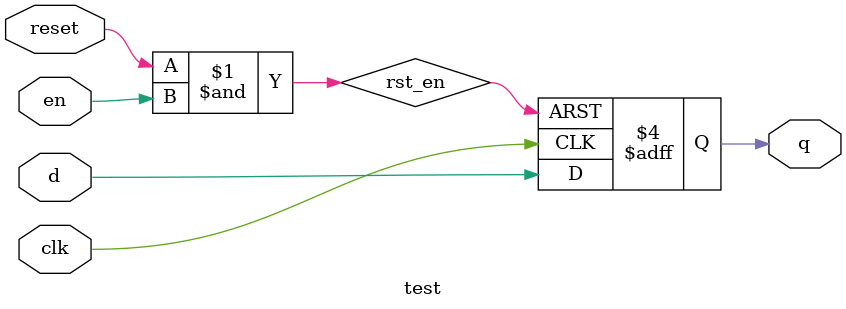
<source format=v>
module test (q, clk, en, reset, d);
output q;
input clk, en, reset, d;
reg q;
wire clk, en, reset, d;
wire rst_en;
and U_and_1(rst_en, reset, en);//warning on "rst_en", is gated
always @( posedge clk or negedge rst_en )
// always @(clk | rst_en )
if (~rst_en )
q <= 1'b0;
else
q <= d;
endmodule


</source>
